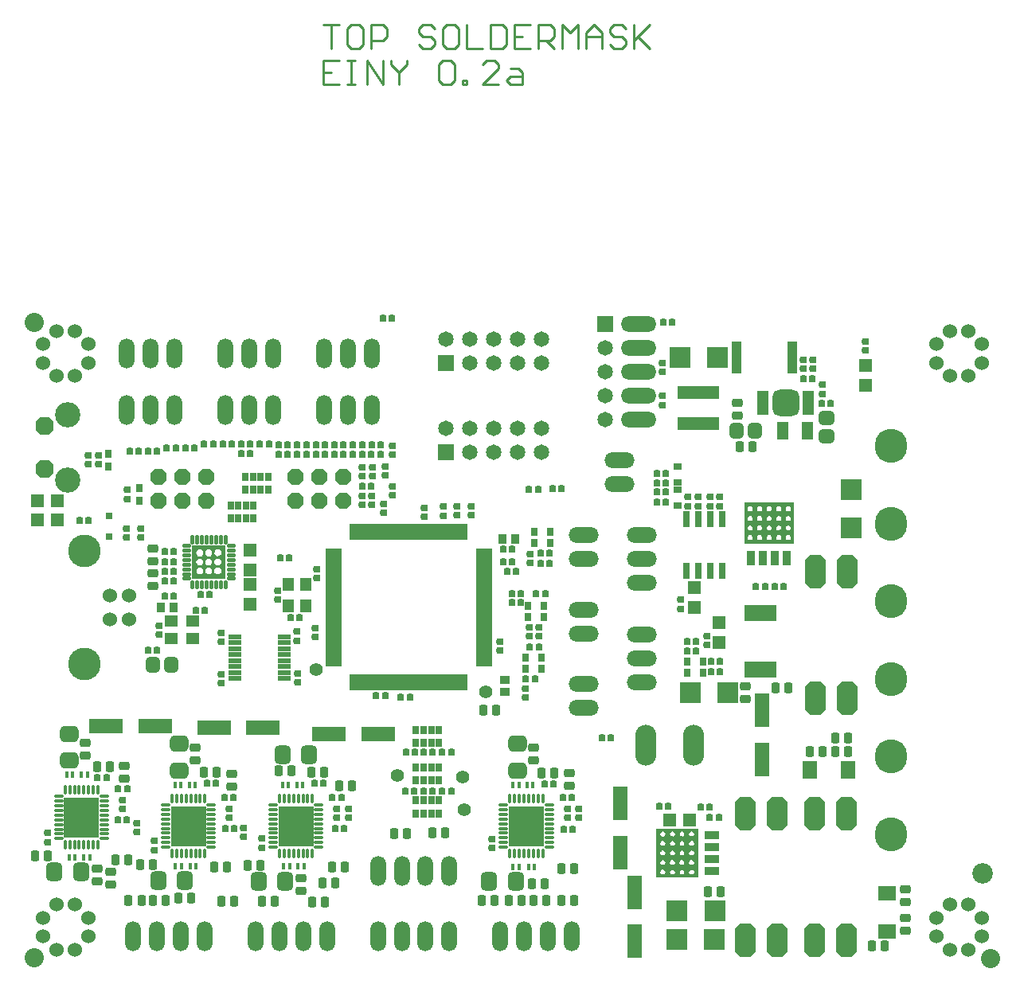
<source format=gts>
G04 Layer_Color=8388736*
%FSLAX25Y25*%
%MOIN*%
G70*
G01*
G75*
%ADD48C,0.06000*%
%ADD67C,0.01000*%
%ADD74C,0.01500*%
%ADD198R,0.05300X0.01700*%
%ADD199R,0.04600X0.01300*%
%ADD200R,0.03400X0.06200*%
%ADD201R,0.06200X0.03400*%
G04:AMPARAMS|DCode=202|XSize=111mil|YSize=111mil|CornerRadius=29.25mil|HoleSize=0mil|Usage=FLASHONLY|Rotation=180.000|XOffset=0mil|YOffset=0mil|HoleType=Round|Shape=RoundedRectangle|*
%AMROUNDEDRECTD202*
21,1,0.11100,0.05250,0,0,180.0*
21,1,0.05250,0.11100,0,0,180.0*
1,1,0.05850,-0.02625,0.02625*
1,1,0.05850,0.02625,0.02625*
1,1,0.05850,0.02625,-0.02625*
1,1,0.05850,-0.02625,-0.02625*
%
%ADD202ROUNDEDRECTD202*%
%ADD203R,0.04816X0.01981*%
%ADD204O,0.03947X0.01584*%
%ADD205O,0.01584X0.03947*%
%ADD206R,0.14573X0.16542*%
G04:AMPARAMS|DCode=207|XSize=69mil|YSize=77mil|CornerRadius=18.75mil|HoleSize=0mil|Usage=FLASHONLY|Rotation=180.000|XOffset=0mil|YOffset=0mil|HoleType=Round|Shape=RoundedRectangle|*
%AMROUNDEDRECTD207*
21,1,0.06900,0.03950,0,0,180.0*
21,1,0.03150,0.07700,0,0,180.0*
1,1,0.03750,-0.01575,0.01975*
1,1,0.03750,0.01575,0.01975*
1,1,0.03750,0.01575,-0.01975*
1,1,0.03750,-0.01575,-0.01975*
%
%ADD207ROUNDEDRECTD207*%
G04:AMPARAMS|DCode=208|XSize=69mil|YSize=77mil|CornerRadius=18.75mil|HoleSize=0mil|Usage=FLASHONLY|Rotation=90.000|XOffset=0mil|YOffset=0mil|HoleType=Round|Shape=RoundedRectangle|*
%AMROUNDEDRECTD208*
21,1,0.06900,0.03950,0,0,90.0*
21,1,0.03150,0.07700,0,0,90.0*
1,1,0.03750,0.01975,0.01575*
1,1,0.03750,0.01975,-0.01575*
1,1,0.03750,-0.01975,-0.01575*
1,1,0.03750,-0.01975,0.01575*
%
%ADD208ROUNDEDRECTD208*%
G04:AMPARAMS|DCode=209|XSize=35.13mil|YSize=45.37mil|CornerRadius=8.83mil|HoleSize=0mil|Usage=FLASHONLY|Rotation=180.000|XOffset=0mil|YOffset=0mil|HoleType=Round|Shape=RoundedRectangle|*
%AMROUNDEDRECTD209*
21,1,0.03513,0.02772,0,0,180.0*
21,1,0.01748,0.04537,0,0,180.0*
1,1,0.01765,-0.00874,0.01386*
1,1,0.01765,0.00874,0.01386*
1,1,0.01765,0.00874,-0.01386*
1,1,0.01765,-0.00874,-0.01386*
%
%ADD209ROUNDEDRECTD209*%
G04:AMPARAMS|DCode=210|XSize=35.13mil|YSize=45.37mil|CornerRadius=8.83mil|HoleSize=0mil|Usage=FLASHONLY|Rotation=270.000|XOffset=0mil|YOffset=0mil|HoleType=Round|Shape=RoundedRectangle|*
%AMROUNDEDRECTD210*
21,1,0.03513,0.02772,0,0,270.0*
21,1,0.01748,0.04537,0,0,270.0*
1,1,0.01765,-0.01386,-0.00874*
1,1,0.01765,-0.01386,0.00874*
1,1,0.01765,0.01386,0.00874*
1,1,0.01765,0.01386,-0.00874*
%
%ADD210ROUNDEDRECTD210*%
%ADD211R,0.02600X0.03200*%
%ADD212R,0.01772X0.02756*%
%ADD213R,0.03000X0.03000*%
G04:AMPARAMS|DCode=214|XSize=58mil|YSize=66mil|CornerRadius=16mil|HoleSize=0mil|Usage=FLASHONLY|Rotation=0.000|XOffset=0mil|YOffset=0mil|HoleType=Round|Shape=RoundedRectangle|*
%AMROUNDEDRECTD214*
21,1,0.05800,0.03400,0,0,0.0*
21,1,0.02600,0.06600,0,0,0.0*
1,1,0.03200,0.01300,-0.01700*
1,1,0.03200,-0.01300,-0.01700*
1,1,0.03200,-0.01300,0.01700*
1,1,0.03200,0.01300,0.01700*
%
%ADD214ROUNDEDRECTD214*%
G04:AMPARAMS|DCode=215|XSize=58mil|YSize=66mil|CornerRadius=16mil|HoleSize=0mil|Usage=FLASHONLY|Rotation=270.000|XOffset=0mil|YOffset=0mil|HoleType=Round|Shape=RoundedRectangle|*
%AMROUNDEDRECTD215*
21,1,0.05800,0.03400,0,0,270.0*
21,1,0.02600,0.06600,0,0,270.0*
1,1,0.03200,-0.01700,-0.01300*
1,1,0.03200,-0.01700,0.01300*
1,1,0.03200,0.01700,0.01300*
1,1,0.03200,0.01700,-0.01300*
%
%ADD215ROUNDEDRECTD215*%
%ADD216R,0.17332X0.05246*%
%ADD217R,0.08500X0.08500*%
%ADD218R,0.04931X0.07293*%
%ADD219R,0.06033X0.07687*%
%ADD220R,0.02600X0.03400*%
%ADD221R,0.05600X0.02100*%
G04:AMPARAMS|DCode=222|XSize=80mil|YSize=80mil|CornerRadius=40mil|HoleSize=0mil|Usage=FLASHONLY|Rotation=0.000|XOffset=0mil|YOffset=0mil|HoleType=Round|Shape=RoundedRectangle|*
%AMROUNDEDRECTD222*
21,1,0.08000,0.00000,0,0,0.0*
21,1,0.00000,0.08000,0,0,0.0*
1,1,0.08000,0.00000,0.00000*
1,1,0.08000,0.00000,0.00000*
1,1,0.08000,0.00000,0.00000*
1,1,0.08000,0.00000,0.00000*
%
%ADD222ROUNDEDRECTD222*%
%ADD223R,0.13200X0.06900*%
G04:AMPARAMS|DCode=224|XSize=28mil|YSize=30mil|CornerRadius=7.4mil|HoleSize=0mil|Usage=FLASHONLY|Rotation=0.000|XOffset=0mil|YOffset=0mil|HoleType=Round|Shape=RoundedRectangle|*
%AMROUNDEDRECTD224*
21,1,0.02800,0.01520,0,0,0.0*
21,1,0.01320,0.03000,0,0,0.0*
1,1,0.01480,0.00660,-0.00760*
1,1,0.01480,-0.00660,-0.00760*
1,1,0.01480,-0.00660,0.00760*
1,1,0.01480,0.00660,0.00760*
%
%ADD224ROUNDEDRECTD224*%
%ADD225R,0.05800X0.04800*%
G04:AMPARAMS|DCode=226|XSize=14.96mil|YSize=35.43mil|CornerRadius=6.38mil|HoleSize=0mil|Usage=FLASHONLY|Rotation=270.000|XOffset=0mil|YOffset=0mil|HoleType=Round|Shape=RoundedRectangle|*
%AMROUNDEDRECTD226*
21,1,0.01496,0.02268,0,0,270.0*
21,1,0.00220,0.03543,0,0,270.0*
1,1,0.01276,-0.01134,-0.00110*
1,1,0.01276,-0.01134,0.00110*
1,1,0.01276,0.01134,0.00110*
1,1,0.01276,0.01134,-0.00110*
%
%ADD226ROUNDEDRECTD226*%
G04:AMPARAMS|DCode=227|XSize=14.96mil|YSize=35.43mil|CornerRadius=6.38mil|HoleSize=0mil|Usage=FLASHONLY|Rotation=180.000|XOffset=0mil|YOffset=0mil|HoleType=Round|Shape=RoundedRectangle|*
%AMROUNDEDRECTD227*
21,1,0.01496,0.02268,0,0,180.0*
21,1,0.00220,0.03543,0,0,180.0*
1,1,0.01276,-0.00110,0.01134*
1,1,0.01276,0.00110,0.01134*
1,1,0.01276,0.00110,-0.01134*
1,1,0.01276,-0.00110,-0.01134*
%
%ADD227ROUNDEDRECTD227*%
G04:AMPARAMS|DCode=228|XSize=28mil|YSize=30mil|CornerRadius=7.4mil|HoleSize=0mil|Usage=FLASHONLY|Rotation=270.000|XOffset=0mil|YOffset=0mil|HoleType=Round|Shape=RoundedRectangle|*
%AMROUNDEDRECTD228*
21,1,0.02800,0.01520,0,0,270.0*
21,1,0.01320,0.03000,0,0,270.0*
1,1,0.01480,-0.00760,-0.00660*
1,1,0.01480,-0.00760,0.00660*
1,1,0.01480,0.00760,0.00660*
1,1,0.01480,0.00760,-0.00660*
%
%ADD228ROUNDEDRECTD228*%
%ADD229R,0.02000X0.06800*%
%ADD230R,0.06800X0.02000*%
%ADD231R,0.04143X0.13592*%
%ADD232R,0.13986X0.06112*%
%ADD233R,0.03000X0.06600*%
%ADD234R,0.03750X0.02962*%
%ADD235R,0.05400X0.05400*%
G04:AMPARAMS|DCode=236|XSize=56mil|YSize=56mil|CornerRadius=28mil|HoleSize=0mil|Usage=FLASHONLY|Rotation=90.000|XOffset=0mil|YOffset=0mil|HoleType=Round|Shape=RoundedRectangle|*
%AMROUNDEDRECTD236*
21,1,0.05600,0.00000,0,0,90.0*
21,1,0.00000,0.05600,0,0,90.0*
1,1,0.05600,0.00000,0.00000*
1,1,0.05600,0.00000,0.00000*
1,1,0.05600,0.00000,0.00000*
1,1,0.05600,0.00000,0.00000*
%
%ADD236ROUNDEDRECTD236*%
%ADD237R,0.03238X0.04065*%
%ADD238R,0.02962X0.03750*%
%ADD239R,0.07687X0.06033*%
%ADD240R,0.08500X0.08500*%
%ADD241R,0.04800X0.05800*%
%ADD242R,0.05400X0.05400*%
%ADD243R,0.06112X0.13986*%
%ADD244R,0.04065X0.03238*%
%ADD245C,0.13650*%
%ADD246C,0.06506*%
%ADD247R,0.06506X0.06506*%
%ADD248O,0.08850X0.17100*%
%ADD249O,0.13600X0.14200*%
%ADD250R,0.06506X0.06506*%
%ADD251O,0.14773X0.06506*%
G04:AMPARAMS|DCode=252|XSize=139mil|YSize=89mil|CornerRadius=0mil|HoleSize=0mil|Usage=FLASHONLY|Rotation=270.000|XOffset=0mil|YOffset=0mil|HoleType=Round|Shape=Octagon|*
%AMOCTAGOND252*
4,1,8,-0.02225,-0.06950,0.02225,-0.06950,0.04450,-0.04725,0.04450,0.04725,0.02225,0.06950,-0.02225,0.06950,-0.04450,0.04725,-0.04450,-0.04725,-0.02225,-0.06950,0.0*
%
%ADD252OCTAGOND252*%

%ADD253P,0.07360X8X22.5*%
%ADD254C,0.10600*%
%ADD255P,0.08226X8X292.5*%
%ADD256O,0.12600X0.06600*%
%ADD257O,0.06600X0.12600*%
%ADD258C,0.08600*%
G36*
X86588Y176400D02*
Y172600D01*
X85708Y172600D01*
X86588D01*
Y168800D01*
X86004Y168800D01*
X86588D01*
Y165513D01*
X72612D01*
Y168900D01*
X73542Y168900D01*
X72612D01*
Y172600D01*
X73492Y172600D01*
X72612D01*
Y176400D01*
Y179588D01*
X86588D01*
Y176400D01*
D02*
G37*
G36*
X324450Y194712D02*
Y190775D01*
Y186739D01*
Y182802D01*
Y180046D01*
X303977D01*
Y182802D01*
Y186739D01*
Y190775D01*
Y194810D01*
Y197665D01*
X324450D01*
Y194712D01*
D02*
G37*
G36*
X284512Y40532D02*
X266894D01*
Y61004D01*
X284512D01*
Y40532D01*
D02*
G37*
%LPC*%
G36*
X79650Y170227D02*
X79599Y170217D01*
X79601Y170215D01*
X79550Y170226D01*
X79062Y170128D01*
X78648Y169852D01*
X78372Y169438D01*
X78285Y169001D01*
X78300Y169000D01*
Y168900D01*
X78295D01*
X78275Y168800D01*
X78375Y168293D01*
X78663Y167863D01*
X79093Y167575D01*
X79600Y167474D01*
X79600Y167475D01*
X79600Y167473D01*
X79600Y167473D01*
X80146Y167581D01*
X80609Y167891D01*
X80919Y168354D01*
X81027Y168900D01*
X81027Y168900D01*
X81000Y168900D01*
X81436Y168900D01*
X81017Y168901D01*
X80923Y169377D01*
X80624Y169824D01*
X80177Y170123D01*
X79650Y170227D01*
D02*
G37*
G36*
X75900Y174027D02*
X75900Y174027D01*
X75900Y174000D01*
X75800Y174027D01*
X75800Y174027D01*
X75254Y173919D01*
X74791Y173609D01*
X74481Y173146D01*
X74373Y172600D01*
X74373Y172600D01*
D01*
X74373Y172600D01*
X74481Y172054D01*
X74791Y171591D01*
X75254Y171281D01*
X75800Y171173D01*
X75800Y171173D01*
X75799Y171181D01*
X75850Y171171D01*
X76416Y171283D01*
X76896Y171604D01*
X77217Y172084D01*
X77319Y172599D01*
X77300Y172600D01*
X77327Y172600D01*
X77327Y172600D01*
X77219Y173146D01*
X76909Y173609D01*
X76446Y173919D01*
X75900Y174027D01*
D02*
G37*
G36*
X75850Y170227D02*
X75799Y170217D01*
X75801Y170215D01*
X75750Y170226D01*
X75262Y170128D01*
X74848Y169852D01*
X74572Y169438D01*
X74484Y169001D01*
X74500Y169000D01*
Y168900D01*
X74473D01*
X74473Y168900D01*
X74581Y168354D01*
X74891Y167891D01*
X75354Y167581D01*
X75900Y167473D01*
X75900Y167473D01*
X75899Y167485D01*
X75950Y167474D01*
X76438Y167572D01*
X76852Y167848D01*
X77128Y168262D01*
X77215Y168699D01*
X77200Y168700D01*
Y168900D01*
X77750D01*
X77217Y168901D01*
X77123Y169377D01*
X76824Y169824D01*
X76377Y170123D01*
X75850Y170227D01*
D02*
G37*
G36*
X83350Y170329D02*
X82784Y170217D01*
X82304Y169896D01*
X81983Y169416D01*
X81881Y168901D01*
X81881D01*
Y168901D01*
X81900Y168900D01*
X81881Y168900D01*
X81871Y168850D01*
X81983Y168284D01*
X82304Y167804D01*
X82784Y167483D01*
X83299Y167381D01*
X83299Y167381D01*
X83350Y167371D01*
X83916Y167483D01*
X84396Y167804D01*
X84717Y168284D01*
X84819Y168799D01*
X84819D01*
Y168799D01*
X84800Y168800D01*
X84819D01*
X84829Y168850D01*
X84717Y169416D01*
X84396Y169896D01*
X83916Y170217D01*
X83401Y170319D01*
X83401Y170319D01*
X83350Y170329D01*
D02*
G37*
G36*
X75850Y177829D02*
X75799Y177819D01*
X75800Y177827D01*
X75800Y177827D01*
X75254Y177719D01*
X74791Y177409D01*
X74481Y176946D01*
X74373Y176400D01*
X74373Y176400D01*
X74400D01*
X74373Y176400D01*
Y176400D01*
X74371D01*
X74371Y176400D01*
X74487Y175815D01*
X74818Y175319D01*
X75315Y174987D01*
X75900Y174871D01*
X75900Y174871D01*
Y174873D01*
X75900Y174873D01*
X76448Y174981D01*
X76912Y175292D01*
X77222Y175756D01*
X77331Y176303D01*
X77312Y176400D01*
X77300Y176400D01*
X77311Y176401D01*
X77312Y176400D01*
X77747Y176400D01*
X77319Y176401D01*
X77217Y176916D01*
X76896Y177396D01*
X76416Y177717D01*
X75850Y177829D01*
D02*
G37*
G36*
X79600Y177827D02*
X79600Y177827D01*
X79600D01*
X79600D01*
X79600D01*
X79600Y177827D01*
X79054Y177719D01*
X78591Y177409D01*
X78281Y176946D01*
X78173Y176401D01*
X78181Y176401D01*
X78181Y176400D01*
X78200Y176400D01*
X78181Y176400D01*
X78171Y176350D01*
X78283Y175784D01*
X78604Y175304D01*
X79084Y174983D01*
X79599Y174881D01*
X79600Y174873D01*
X79600Y174873D01*
X80146Y174981D01*
X80609Y175291D01*
X80919Y175754D01*
X81027Y176300D01*
X81027Y176300D01*
X81000Y176300D01*
Y176400D01*
X81027Y176400D01*
X81027Y176400D01*
X80919Y176946D01*
X80609Y177409D01*
X80146Y177719D01*
X79600Y177827D01*
D02*
G37*
G36*
X83350Y177829D02*
X83299Y177819D01*
X83299Y177817D01*
X82823Y177723D01*
X82376Y177424D01*
X82077Y176977D01*
X81973Y176450D01*
X81982Y176401D01*
X81983D01*
X81983Y176400D01*
D01*
D01*
X81973Y176350D01*
X82077Y175823D01*
X82376Y175376D01*
X82823Y175077D01*
X83299Y174983D01*
X83299Y174981D01*
X83350Y174971D01*
X83916Y175083D01*
X84396Y175404D01*
X84717Y175884D01*
X84819Y176399D01*
X84800Y176400D01*
X85998D01*
X84819Y176401D01*
X84717Y176916D01*
X84396Y177396D01*
X83916Y177717D01*
X83350Y177829D01*
D02*
G37*
G36*
X83400Y174027D02*
X83400Y174027D01*
X83400Y174000D01*
X83300Y174027D01*
X83300Y174027D01*
X82754Y173919D01*
X82291Y173609D01*
X81981Y173146D01*
X81873Y172600D01*
X81873Y172600D01*
D01*
X81873Y172600D01*
X81981Y172054D01*
X82291Y171591D01*
X82754Y171281D01*
X83300Y171173D01*
X83300Y171173D01*
X83299Y171181D01*
X83350Y171171D01*
X83916Y171283D01*
X84396Y171604D01*
X84717Y172084D01*
X84819Y172599D01*
X84800Y172600D01*
X84827D01*
X84827Y172600D01*
X84719Y173146D01*
X84409Y173609D01*
X83946Y173919D01*
X83400Y174027D01*
D02*
G37*
G36*
X79650Y174027D02*
X79599Y174017D01*
X79601Y174018D01*
X79553Y174027D01*
X79025Y173922D01*
X78577Y173623D01*
X78278Y173175D01*
X78173Y172647D01*
X78182Y172601D01*
X78183D01*
X78183Y172600D01*
X78200D01*
X78183Y172599D01*
X78173Y172550D01*
X78277Y172023D01*
X78576Y171576D01*
X79023Y171277D01*
X79499Y171183D01*
X79499Y171181D01*
X79550Y171171D01*
X80116Y171283D01*
X80596Y171604D01*
X80917Y172084D01*
X81019Y172599D01*
X81000Y172600D01*
X81017Y172701D01*
X80923Y173177D01*
X80624Y173624D01*
X80177Y173923D01*
X79650Y174027D01*
D02*
G37*
%LPD*%
G36*
X74373Y172600D02*
Y172600D01*
X74400D01*
X74373Y172600D01*
D02*
G37*
G36*
X81983Y176399D02*
X81983Y176400D01*
X82000D01*
X81983Y176399D01*
D02*
G37*
G36*
X81873Y172600D02*
Y172600D01*
X81900D01*
X81873Y172600D01*
D02*
G37*
%LPC*%
G36*
X306241Y191858D02*
X306049Y191839D01*
X305694Y191692D01*
X305423Y191420D01*
X305276Y191065D01*
X305257Y190873D01*
Y190775D01*
X305167D01*
X305178Y190663D01*
X305340Y190272D01*
X305639Y189973D01*
X306030Y189811D01*
X306241Y189791D01*
X306435Y189810D01*
X306795Y189959D01*
X307069Y190233D01*
X307218Y190593D01*
X307236Y190775D01*
X307127D01*
Y190972D01*
X307110Y191145D01*
X306978Y191464D01*
X306733Y191708D01*
X306414Y191840D01*
X306241Y191858D01*
D02*
G37*
G36*
X310276Y191956D02*
X310065Y191935D01*
X309675Y191773D01*
X309376Y191475D01*
X309214Y191084D01*
X309194Y190873D01*
Y190775D01*
X309213Y190583D01*
X309360Y190228D01*
X309631Y189956D01*
X309986Y189810D01*
X310178Y189791D01*
X310385Y189811D01*
X310768Y189970D01*
X311061Y190262D01*
X311219Y190645D01*
X311232Y190775D01*
X311162D01*
Y191070D01*
X311145Y191243D01*
X311013Y191562D01*
X310769Y191807D01*
X310449Y191939D01*
X310276Y191956D01*
D02*
G37*
G36*
X314213Y191858D02*
X314021Y191839D01*
X313667Y191692D01*
X313395Y191420D01*
X313248Y191065D01*
X313229Y190873D01*
Y190775D01*
X313159D01*
X313172Y190645D01*
X313331Y190262D01*
X313623Y189970D01*
X314006Y189811D01*
X314213Y189791D01*
X314409Y189810D01*
X314770Y189959D01*
X315046Y190236D01*
X315196Y190597D01*
X315213Y190775D01*
X315198D01*
Y190873D01*
X315179Y191065D01*
X315032Y191420D01*
X314760Y191692D01*
X314405Y191839D01*
X314213Y191858D01*
D02*
G37*
G36*
X322186Y187822D02*
X321994Y187803D01*
X321639Y187656D01*
X321368Y187385D01*
X321220Y187030D01*
X321202Y186838D01*
Y186739D01*
X321123D01*
X321124Y186725D01*
X321286Y186335D01*
X321584Y186036D01*
X321975Y185874D01*
X322186Y185854D01*
X322393Y185874D01*
X322776Y186032D01*
X323069Y186326D01*
X323227Y186708D01*
X323230Y186739D01*
X323170D01*
Y186838D01*
X323151Y187030D01*
X323004Y187385D01*
X322733Y187656D01*
X322378Y187803D01*
X322186Y187822D01*
D02*
G37*
G36*
X310276Y187920D02*
X310065Y187900D01*
X309675Y187738D01*
X309376Y187439D01*
X309214Y187049D01*
X309194Y186838D01*
X309213Y186646D01*
X309360Y186291D01*
X309631Y186019D01*
X309986Y185872D01*
X310178Y185854D01*
X310385Y185874D01*
X310768Y186032D01*
X311061Y186326D01*
X311219Y186708D01*
X311223Y186739D01*
X311162D01*
Y187035D01*
X311145Y187207D01*
X311013Y187527D01*
X310769Y187771D01*
X310449Y187903D01*
X310276Y187920D01*
D02*
G37*
G36*
X314213Y187822D02*
X314021Y187803D01*
X313667Y187656D01*
X313395Y187385D01*
X313248Y187030D01*
X313229Y186838D01*
Y186739D01*
X313169D01*
X313172Y186708D01*
X313331Y186326D01*
X313623Y186032D01*
X314006Y185874D01*
X314213Y185854D01*
X314409Y185873D01*
X314770Y186022D01*
X315046Y186299D01*
X315196Y186660D01*
X315204Y186739D01*
X315198D01*
Y186838D01*
X315179Y187030D01*
X315032Y187385D01*
X314760Y187656D01*
X314405Y187803D01*
X314213Y187822D01*
D02*
G37*
G36*
X318249D02*
X318057Y187803D01*
X317702Y187656D01*
X317430Y187385D01*
X317284Y187030D01*
X317265Y186838D01*
Y186739D01*
X317176D01*
X317185Y186646D01*
X317332Y186291D01*
X317604Y186019D01*
X317958Y185872D01*
X318150Y185854D01*
X318365Y185875D01*
X318763Y186039D01*
X319067Y186343D01*
X319231Y186741D01*
X319233Y186760D01*
Y186838D01*
X319214Y187030D01*
X319067Y187385D01*
X318796Y187656D01*
X318441Y187803D01*
X318249Y187822D01*
D02*
G37*
G36*
X314312Y195893D02*
X314213D01*
X314002Y195872D01*
X313612Y195710D01*
X313313Y195412D01*
X313152Y195021D01*
Y194888D01*
X313172Y194681D01*
X313331Y194298D01*
X313623Y194005D01*
X314006Y193846D01*
X314213Y193826D01*
X314409Y193845D01*
X314770Y193995D01*
X315046Y194271D01*
X315196Y194632D01*
X315204Y194712D01*
X315198D01*
Y195007D01*
X315181Y195180D01*
X315048Y195499D01*
X314804Y195744D01*
X314485Y195876D01*
X314312Y195893D01*
D02*
G37*
G36*
X318249Y195991D02*
X318038Y195970D01*
X317647Y195809D01*
X317349Y195510D01*
X317187Y195120D01*
X317166Y194909D01*
Y194810D01*
X317185Y194618D01*
X317332Y194263D01*
X317604Y193992D01*
X317958Y193845D01*
X318150Y193826D01*
X318365Y193847D01*
X318763Y194012D01*
X319067Y194316D01*
X319231Y194713D01*
X319233Y194732D01*
Y195007D01*
X319214Y195199D01*
X319067Y195554D01*
X318796Y195826D01*
X318441Y195972D01*
X318249Y195991D01*
D02*
G37*
G36*
X322186D02*
X321975Y195970D01*
X321584Y195809D01*
X321286Y195510D01*
X321124Y195120D01*
X321103Y194909D01*
X321124Y194697D01*
X321286Y194307D01*
X321584Y194008D01*
X321975Y193847D01*
X322186Y193826D01*
X322393Y193846D01*
X322776Y194005D01*
X323069Y194298D01*
X323227Y194681D01*
X323248Y194888D01*
Y195120D01*
X323248Y195120D01*
X323086Y195510D01*
X322787Y195809D01*
X322397Y195970D01*
X322186Y195991D01*
D02*
G37*
G36*
X310178D02*
X309986Y195972D01*
X309631Y195826D01*
X309360Y195554D01*
X309213Y195199D01*
X309194Y195007D01*
Y194927D01*
Y194909D01*
Y194810D01*
X309213Y194618D01*
X309360Y194263D01*
X309631Y193992D01*
X309986Y193845D01*
X310178Y193826D01*
X310385Y193846D01*
X310768Y194005D01*
X311061Y194298D01*
X311219Y194681D01*
X311240Y194888D01*
Y195120D01*
X311240Y195120D01*
X311078Y195510D01*
X310779Y195809D01*
X310389Y195970D01*
X310178Y195991D01*
D02*
G37*
G36*
X318249Y191858D02*
X318057Y191839D01*
X317702Y191692D01*
X317430Y191420D01*
X317284Y191065D01*
X317265Y190873D01*
Y190775D01*
X317166D01*
X317185Y190583D01*
X317332Y190228D01*
X317604Y189956D01*
X317958Y189810D01*
X318150Y189791D01*
X318365Y189812D01*
X318763Y189976D01*
X319067Y190280D01*
X319231Y190677D01*
X319241Y190775D01*
X319233D01*
Y190873D01*
X319214Y191065D01*
X319067Y191420D01*
X318796Y191692D01*
X318441Y191839D01*
X318249Y191858D01*
D02*
G37*
G36*
X322186D02*
X321994Y191839D01*
X321639Y191692D01*
X321368Y191420D01*
X321220Y191065D01*
X321202Y190873D01*
Y190775D01*
X321113D01*
X321124Y190662D01*
X321286Y190272D01*
X321584Y189973D01*
X321975Y189811D01*
X322186Y189791D01*
X322393Y189811D01*
X322776Y189970D01*
X323069Y190262D01*
X323227Y190645D01*
X323240Y190775D01*
X323170D01*
Y190873D01*
X323151Y191065D01*
X323004Y191420D01*
X322733Y191692D01*
X322378Y191839D01*
X322186Y191858D01*
D02*
G37*
G36*
X306234Y195984D02*
X306219Y195915D01*
X306008Y195894D01*
X305618Y195732D01*
X305319Y195434D01*
X305157Y195043D01*
X305157D01*
Y194910D01*
X305178Y194698D01*
X305340Y194308D01*
X305639Y194009D01*
X306030Y193847D01*
X306241Y193826D01*
X306435Y193845D01*
X306795Y193994D01*
X307069Y194269D01*
X307218Y194628D01*
X307236Y194810D01*
X307225D01*
X307218Y195000D01*
X307199Y195192D01*
X307052Y195547D01*
X306781Y195818D01*
X306426Y195965D01*
X306234Y195984D01*
D02*
G37*
G36*
X306241Y183885D02*
X306049Y183866D01*
X305694Y183719D01*
X305423Y183448D01*
X305276Y183093D01*
X305257Y182901D01*
Y182802D01*
X305158D01*
Y182802D01*
X305179Y182591D01*
X305341Y182201D01*
X305639Y181902D01*
X306030Y181740D01*
X306241Y181720D01*
X306452Y181740D01*
X306842Y181902D01*
X307141Y182201D01*
X307303Y182591D01*
X307324Y182802D01*
Y182802D01*
X307127D01*
Y182999D01*
X307110Y183172D01*
X306978Y183491D01*
X306733Y183736D01*
X306414Y183868D01*
X306241Y183885D01*
D02*
G37*
G36*
X322186D02*
X321994Y183866D01*
X321639Y183719D01*
X321368Y183448D01*
X321220Y183093D01*
X321202Y182901D01*
Y182901D01*
X321209Y182711D01*
X321228Y182519D01*
X321374Y182164D01*
X321646Y181893D01*
X322001Y181746D01*
X322193Y181727D01*
X322208Y181796D01*
X322419Y181817D01*
X322809Y181979D01*
X323108Y182277D01*
X323270Y182668D01*
X323283Y182802D01*
X323170D01*
Y182901D01*
X323151Y183093D01*
X323004Y183448D01*
X322733Y183719D01*
X322378Y183866D01*
X322186Y183885D01*
D02*
G37*
G36*
X314213D02*
X314021Y183866D01*
X313667Y183719D01*
X313395Y183448D01*
X313248Y183093D01*
X313229Y182901D01*
Y182802D01*
Y182704D01*
X313246Y182531D01*
X313378Y182212D01*
X313623Y181967D01*
X313942Y181835D01*
X314115Y181818D01*
X314213D01*
X314425Y181839D01*
X314815Y182001D01*
X315114Y182299D01*
X315275Y182690D01*
X315286Y182802D01*
X315198D01*
Y182901D01*
X315179Y183093D01*
X315032Y183448D01*
X314760Y183719D01*
X314405Y183866D01*
X314213Y183885D01*
D02*
G37*
G36*
X306241Y187822D02*
X306049Y187803D01*
X305694Y187656D01*
X305423Y187385D01*
X305276Y187030D01*
X305257Y186838D01*
Y186739D01*
X305177D01*
X305178Y186726D01*
X305340Y186335D01*
X305639Y186036D01*
X306030Y185874D01*
X306241Y185854D01*
X306435Y185873D01*
X306795Y186021D01*
X307069Y186296D01*
X307218Y186656D01*
X307227Y186739D01*
X307127D01*
Y186936D01*
X307110Y187109D01*
X306978Y187428D01*
X306733Y187673D01*
X306414Y187805D01*
X306241Y187822D01*
D02*
G37*
G36*
X318249Y183885D02*
X318057Y183866D01*
X317702Y183719D01*
X317430Y183448D01*
X317284Y183093D01*
X317265Y182901D01*
Y182802D01*
X317166D01*
Y182802D01*
X317187Y182591D01*
X317349Y182201D01*
X317647Y181902D01*
X318038Y181740D01*
X318249Y181720D01*
X318441Y181739D01*
X318796Y181886D01*
X319067Y182157D01*
X319214Y182512D01*
X319233Y182704D01*
Y182802D01*
Y182901D01*
X319214Y183093D01*
X319067Y183448D01*
X318796Y183719D01*
X318441Y183866D01*
X318249Y183885D01*
D02*
G37*
G36*
X310276Y183984D02*
X310065Y183963D01*
X309675Y183801D01*
X309376Y183502D01*
X309214Y183112D01*
X309194Y182901D01*
Y182802D01*
Y182704D01*
X309213Y182512D01*
X309360Y182157D01*
X309631Y181886D01*
X309986Y181739D01*
X310178Y181720D01*
X310389Y181740D01*
X310779Y181902D01*
X311078Y182201D01*
X311240Y182591D01*
X311261Y182802D01*
Y182802D01*
X311162D01*
Y183098D01*
X311145Y183271D01*
X311013Y183590D01*
X310769Y183834D01*
X310449Y183966D01*
X310276Y183984D01*
D02*
G37*
G36*
X273783Y59794D02*
Y59724D01*
X273685D01*
X273493Y59706D01*
X273138Y59558D01*
X272867Y59287D01*
X272720Y58932D01*
X272701Y58740D01*
X272720Y58548D01*
X272867Y58193D01*
X273138Y57922D01*
X273493Y57775D01*
X273685Y57756D01*
X273783D01*
Y57667D01*
X273896Y57678D01*
X274287Y57840D01*
X274585Y58139D01*
X274747Y58529D01*
X274768Y58740D01*
X274747Y58947D01*
X274589Y59330D01*
X274296Y59623D01*
X273913Y59782D01*
X273783Y59794D01*
D02*
G37*
G36*
X269670Y59802D02*
X269439D01*
X269438Y59802D01*
X269048Y59640D01*
X268749Y59342D01*
X268588Y58951D01*
X268567Y58740D01*
X268588Y58529D01*
X268749Y58139D01*
X269048Y57840D01*
X269438Y57678D01*
X269650Y57657D01*
X269861Y57678D01*
X270251Y57840D01*
X270550Y58139D01*
X270711Y58529D01*
X270732Y58740D01*
X270712Y58947D01*
X270553Y59330D01*
X270260Y59623D01*
X269878Y59782D01*
X269670Y59802D01*
D02*
G37*
G36*
X273783Y55795D02*
Y55787D01*
X273685D01*
X273493Y55769D01*
X273138Y55621D01*
X272867Y55350D01*
X272720Y54995D01*
X272701Y54803D01*
X272720Y54611D01*
X272867Y54256D01*
X273138Y53985D01*
X273493Y53838D01*
X273685Y53819D01*
X273783D01*
Y53720D01*
X273975Y53739D01*
X274330Y53886D01*
X274602Y54158D01*
X274749Y54513D01*
X274768Y54705D01*
X274746Y54920D01*
X274582Y55317D01*
X274278Y55621D01*
X273881Y55786D01*
X273783Y55795D01*
D02*
G37*
G36*
X281854Y55787D02*
X281658D01*
X281466Y55769D01*
X281111Y55621D01*
X280839Y55350D01*
X280692Y54995D01*
X280673Y54803D01*
X280692Y54611D01*
X280839Y54256D01*
X281111Y53985D01*
X281465Y53838D01*
X281658Y53819D01*
X281756D01*
Y53720D01*
X281756D01*
X281967Y53741D01*
X282357Y53903D01*
X282656Y54202D01*
X282818Y54592D01*
X282839Y54803D01*
X282820Y54995D01*
X282673Y55350D01*
X282401Y55621D01*
X282046Y55769D01*
X281854Y55787D01*
D02*
G37*
G36*
X277798D02*
X277720D01*
X277529Y55769D01*
X277174Y55621D01*
X276902Y55350D01*
X276755Y54995D01*
X276736Y54803D01*
X276755Y54611D01*
X276902Y54256D01*
X277174Y53985D01*
X277528Y53838D01*
X277720Y53819D01*
X277819D01*
Y53730D01*
X277912Y53739D01*
X278267Y53886D01*
X278539Y54158D01*
X278686Y54513D01*
X278705Y54705D01*
X278683Y54920D01*
X278519Y55317D01*
X278215Y55621D01*
X277818Y55786D01*
X277798Y55787D01*
D02*
G37*
G36*
X277819Y59785D02*
Y59724D01*
X277720D01*
X277528Y59706D01*
X277174Y59558D01*
X276902Y59287D01*
X276755Y58932D01*
X276736Y58740D01*
X276755Y58548D01*
X276902Y58193D01*
X277174Y57922D01*
X277528Y57775D01*
X277720Y57756D01*
X277819D01*
Y57677D01*
X277833Y57678D01*
X278223Y57840D01*
X278522Y58139D01*
X278684Y58529D01*
X278705Y58740D01*
X278684Y58947D01*
X278526Y59330D01*
X278233Y59623D01*
X277850Y59782D01*
X277819Y59785D01*
D02*
G37*
G36*
X281756Y59837D02*
Y59724D01*
X281658D01*
X281465Y59706D01*
X281111Y59558D01*
X280839Y59287D01*
X280692Y58932D01*
X280673Y58740D01*
X280692Y58548D01*
X280839Y58193D01*
X281111Y57922D01*
X281465Y57775D01*
X281658Y57756D01*
X281658D01*
X281847Y57763D01*
X282039Y57782D01*
X282394Y57929D01*
X282666Y58200D01*
X282813Y58555D01*
X282832Y58747D01*
X282762Y58762D01*
X282741Y58973D01*
X282579Y59364D01*
X282281Y59662D01*
X281891Y59824D01*
X281756Y59837D01*
D02*
G37*
G36*
X277819Y43781D02*
Y43681D01*
X277622D01*
X277449Y43664D01*
X277130Y43532D01*
X276886Y43287D01*
X276753Y42968D01*
X276736Y42795D01*
X276755Y42603D01*
X276902Y42248D01*
X277174Y41977D01*
X277528Y41830D01*
X277720Y41811D01*
X277819D01*
Y41731D01*
X277832Y41732D01*
X278223Y41894D01*
X278522Y42193D01*
X278684Y42584D01*
X278705Y42795D01*
X278686Y42990D01*
X278537Y43349D01*
X278262Y43624D01*
X277903Y43773D01*
X277819Y43781D01*
D02*
G37*
G36*
X269670Y47794D02*
X269439D01*
X269438Y47794D01*
X269048Y47633D01*
X268749Y47334D01*
X268588Y46944D01*
X268567Y46732D01*
X268586Y46540D01*
X268733Y46185D01*
X269004Y45914D01*
X269359Y45767D01*
X269551Y45748D01*
X269748D01*
X269940Y45767D01*
X270295Y45914D01*
X270566Y46185D01*
X270713Y46540D01*
X270732Y46732D01*
X270712Y46939D01*
X270553Y47322D01*
X270260Y47615D01*
X269878Y47774D01*
X269670Y47794D01*
D02*
G37*
G36*
X273783Y47787D02*
Y47717D01*
X273488D01*
X273315Y47699D01*
X272996Y47567D01*
X272752Y47323D01*
X272619Y47003D01*
X272602Y46831D01*
X272623Y46619D01*
X272785Y46229D01*
X273083Y45930D01*
X273474Y45769D01*
X273685Y45748D01*
X273783D01*
X273975Y45767D01*
X274330Y45914D01*
X274602Y46185D01*
X274749Y46540D01*
X274768Y46732D01*
X274747Y46939D01*
X274589Y47322D01*
X274296Y47615D01*
X273913Y47774D01*
X273783Y47787D01*
D02*
G37*
G36*
X269748Y43791D02*
Y43780D01*
X269558Y43773D01*
X269366Y43754D01*
X269011Y43607D01*
X268740Y43335D01*
X268593Y42980D01*
X268574Y42788D01*
X268643Y42773D01*
X268664Y42562D01*
X268826Y42172D01*
X269125Y41873D01*
X269515Y41712D01*
X269515D01*
Y41712D01*
X269649D01*
X269860Y41732D01*
X270251Y41894D01*
X270550Y42193D01*
X270711Y42584D01*
X270732Y42795D01*
X270713Y42990D01*
X270564Y43349D01*
X270289Y43624D01*
X269930Y43773D01*
X269748Y43791D01*
D02*
G37*
G36*
X281756Y43878D02*
X281756D01*
Y43681D01*
X281559D01*
X281386Y43664D01*
X281067Y43532D01*
X280822Y43287D01*
X280690Y42968D01*
X280673Y42795D01*
X280692Y42603D01*
X280839Y42248D01*
X281111Y41977D01*
X281465Y41830D01*
X281658Y41811D01*
X281756D01*
Y41713D01*
X281756D01*
X281967Y41733D01*
X282357Y41895D01*
X282656Y42194D01*
X282818Y42584D01*
X282839Y42795D01*
X282818Y43007D01*
X282656Y43397D01*
X282357Y43696D01*
X281967Y43857D01*
X281756Y43878D01*
D02*
G37*
G36*
X273783Y43791D02*
Y43681D01*
X273587D01*
X273414Y43664D01*
X273095Y43532D01*
X272850Y43287D01*
X272718Y42968D01*
X272701Y42795D01*
X272720Y42603D01*
X272867Y42248D01*
X273138Y41977D01*
X273493Y41830D01*
X273685Y41811D01*
X273783D01*
Y41721D01*
X273895Y41732D01*
X274286Y41894D01*
X274585Y42193D01*
X274747Y42584D01*
X274768Y42795D01*
X274748Y42990D01*
X274600Y43349D01*
X274325Y43624D01*
X273966Y43773D01*
X273783Y43791D01*
D02*
G37*
G36*
X281756Y47815D02*
X281756D01*
Y47717D01*
X281461D01*
X281288Y47699D01*
X280968Y47567D01*
X280724Y47323D01*
X280592Y47003D01*
X280575Y46831D01*
X280596Y46619D01*
X280757Y46229D01*
X281056Y45930D01*
X281446Y45769D01*
X281658Y45748D01*
X281854D01*
X282046Y45767D01*
X282401Y45914D01*
X282673Y46185D01*
X282820Y46540D01*
X282839Y46732D01*
X282818Y46944D01*
X282656Y47334D01*
X282357Y47633D01*
X281967Y47794D01*
X281756Y47815D01*
D02*
G37*
G36*
X277819Y51758D02*
Y51752D01*
X277720D01*
X277528Y51733D01*
X277174Y51586D01*
X276902Y51315D01*
X276755Y50960D01*
X276736Y50768D01*
X276755Y50576D01*
X276902Y50221D01*
X277174Y49949D01*
X277528Y49802D01*
X277720Y49783D01*
X277819D01*
Y49723D01*
X277850Y49726D01*
X278233Y49885D01*
X278526Y50178D01*
X278684Y50560D01*
X278705Y50768D01*
X278685Y50963D01*
X278536Y51324D01*
X278259Y51600D01*
X277899Y51750D01*
X277819Y51758D01*
D02*
G37*
G36*
X281756Y51841D02*
Y51752D01*
X281658D01*
X281465Y51733D01*
X281111Y51586D01*
X280839Y51315D01*
X280692Y50960D01*
X280673Y50768D01*
X280692Y50576D01*
X280839Y50221D01*
X281111Y49949D01*
X281465Y49802D01*
X281658Y49783D01*
X281854D01*
X282027Y49801D01*
X282347Y49933D01*
X282591Y50177D01*
X282723Y50496D01*
X282740Y50669D01*
Y50768D01*
X282719Y50979D01*
X282558Y51369D01*
X282259Y51668D01*
X281869Y51830D01*
X281756Y51841D01*
D02*
G37*
G36*
X269826Y55787D02*
X269551D01*
X269359Y55769D01*
X269004Y55621D01*
X268733Y55350D01*
X268586Y54995D01*
X268567Y54803D01*
X268588Y54592D01*
X268749Y54202D01*
X269048Y53903D01*
X269438Y53741D01*
X269650Y53720D01*
X269748D01*
X269940Y53739D01*
X270295Y53886D01*
X270566Y54158D01*
X270713Y54513D01*
X270732Y54705D01*
X270711Y54920D01*
X270547Y55317D01*
X270243Y55621D01*
X269845Y55786D01*
X269826Y55787D01*
D02*
G37*
G36*
X277819Y47777D02*
Y47717D01*
X277524D01*
X277351Y47699D01*
X277031Y47567D01*
X276787Y47323D01*
X276655Y47003D01*
X276638Y46831D01*
X276659Y46619D01*
X276820Y46229D01*
X277119Y45930D01*
X277509Y45769D01*
X277720Y45748D01*
X277912Y45767D01*
X278267Y45914D01*
X278539Y46185D01*
X278686Y46540D01*
X278705Y46732D01*
X278684Y46939D01*
X278526Y47322D01*
X278233Y47615D01*
X277850Y47774D01*
X277819Y47777D01*
D02*
G37*
G36*
X269846Y51758D02*
Y51752D01*
X269551D01*
X269378Y51735D01*
X269059Y51603D01*
X268815Y51358D01*
X268682Y51039D01*
X268665Y50866D01*
Y50768D01*
X268686Y50556D01*
X268848Y50166D01*
X269146Y49867D01*
X269537Y49706D01*
X269670D01*
X269878Y49726D01*
X270260Y49885D01*
X270553Y50178D01*
X270712Y50560D01*
X270732Y50768D01*
X270713Y50963D01*
X270564Y51324D01*
X270287Y51600D01*
X269926Y51750D01*
X269846Y51758D01*
D02*
G37*
G36*
X273783Y51768D02*
Y51752D01*
X273685D01*
X273493Y51733D01*
X273138Y51586D01*
X272867Y51315D01*
X272720Y50960D01*
X272701Y50768D01*
X272720Y50576D01*
X272867Y50221D01*
X273138Y49949D01*
X273493Y49802D01*
X273685Y49783D01*
X273783D01*
Y49714D01*
X273913Y49726D01*
X274296Y49885D01*
X274589Y50178D01*
X274747Y50560D01*
X274768Y50768D01*
X274748Y50963D01*
X274599Y51324D01*
X274323Y51600D01*
X273961Y51750D01*
X273783Y51768D01*
D02*
G37*
%LPD*%
G54D48*
X403175Y15773D02*
D03*
Y23647D02*
D03*
X397663Y29159D02*
D03*
X389789D02*
D03*
X384277Y23647D02*
D03*
Y15773D02*
D03*
X389789Y10261D02*
D03*
X397663D02*
D03*
X403175Y255931D02*
D03*
Y263805D02*
D03*
X397663Y269317D02*
D03*
X389789D02*
D03*
X384277Y263805D02*
D03*
Y255931D02*
D03*
X389789Y250419D02*
D03*
X397663D02*
D03*
X29159Y255931D02*
D03*
Y263805D02*
D03*
X23647Y269317D02*
D03*
X15773D02*
D03*
X10261Y263805D02*
D03*
Y255931D02*
D03*
X15773Y250419D02*
D03*
X23647D02*
D03*
X29159Y15773D02*
D03*
Y23647D02*
D03*
X23647Y29159D02*
D03*
X15773D02*
D03*
X10261Y23647D02*
D03*
Y15773D02*
D03*
X15773Y10261D02*
D03*
X23647D02*
D03*
X38284Y148568D02*
D03*
Y158490D02*
D03*
X46184D02*
D03*
Y148568D02*
D03*
G54D67*
X134165Y382497D02*
X127500D01*
Y372500D01*
X134165D01*
X127500Y377498D02*
X130832D01*
X137497Y382497D02*
X140829D01*
X139163D01*
Y372500D01*
X137497D01*
X140829D01*
X145827D02*
Y382497D01*
X152492Y372500D01*
Y382497D01*
X155824D02*
Y380831D01*
X159156Y377498D01*
X162489Y380831D01*
Y382497D01*
X159156Y377498D02*
Y372500D01*
X175818Y380831D02*
X177484Y382497D01*
X180816D01*
X182482Y380831D01*
Y374166D01*
X180816Y372500D01*
X177484D01*
X175818Y374166D01*
Y380831D01*
X185814Y372500D02*
Y374166D01*
X187481D01*
Y372500D01*
X185814D01*
X200810D02*
X194145D01*
X200810Y379165D01*
Y380831D01*
X199144Y382497D01*
X195811D01*
X194145Y380831D01*
X205808Y379165D02*
X209140D01*
X210806Y377498D01*
Y372500D01*
X205808D01*
X204142Y374166D01*
X205808Y375832D01*
X210806D01*
X127500Y397497D02*
X134165D01*
X130832D01*
Y387500D01*
X142495Y397497D02*
X139163D01*
X137497Y395831D01*
Y389166D01*
X139163Y387500D01*
X142495D01*
X144161Y389166D01*
Y395831D01*
X142495Y397497D01*
X147494Y387500D02*
Y397497D01*
X152492D01*
X154158Y395831D01*
Y392498D01*
X152492Y390832D01*
X147494D01*
X174152Y395831D02*
X172485Y397497D01*
X169153D01*
X167487Y395831D01*
Y394164D01*
X169153Y392498D01*
X172485D01*
X174152Y390832D01*
Y389166D01*
X172485Y387500D01*
X169153D01*
X167487Y389166D01*
X182482Y397497D02*
X179150D01*
X177484Y395831D01*
Y389166D01*
X179150Y387500D01*
X182482D01*
X184148Y389166D01*
Y395831D01*
X182482Y397497D01*
X187481D02*
Y387500D01*
X194145D01*
X197477Y397497D02*
Y387500D01*
X202476D01*
X204142Y389166D01*
Y395831D01*
X202476Y397497D01*
X197477D01*
X214139D02*
X207474D01*
Y387500D01*
X214139D01*
X207474Y392498D02*
X210806D01*
X217471Y387500D02*
Y397497D01*
X222469D01*
X224135Y395831D01*
Y392498D01*
X222469Y390832D01*
X217471D01*
X220803D02*
X224135Y387500D01*
X227468D02*
Y397497D01*
X230800Y394164D01*
X234132Y397497D01*
Y387500D01*
X237464D02*
Y394164D01*
X240797Y397497D01*
X244129Y394164D01*
Y387500D01*
Y392498D01*
X237464D01*
X254126Y395831D02*
X252460Y397497D01*
X249127D01*
X247461Y395831D01*
Y394164D01*
X249127Y392498D01*
X252460D01*
X254126Y390832D01*
Y389166D01*
X252460Y387500D01*
X249127D01*
X247461Y389166D01*
X257458Y397497D02*
Y387500D01*
Y390832D01*
X264123Y397497D01*
X259124Y392498D01*
X264123Y387500D01*
G54D74*
X87868Y179500D02*
X90033D01*
X87868Y177600D02*
X90033D01*
X87868Y175600D02*
X90033D01*
X87868Y173600D02*
X90033D01*
X87868Y171616D02*
X90033D01*
X87868Y169647D02*
X90033D01*
X87868Y167679D02*
X90033D01*
X87868Y165710D02*
X90033D01*
X86490Y162167D02*
Y164332D01*
Y180900D02*
Y183100D01*
X84521Y162167D02*
Y164332D01*
X82553Y162167D02*
Y164332D01*
X80584Y162167D02*
Y164332D01*
X78600Y162167D02*
Y164332D01*
X84521Y180900D02*
Y183100D01*
X82553Y180900D02*
Y183100D01*
X80584Y180900D02*
Y183100D01*
X78600Y180900D02*
Y183100D01*
X76600Y162167D02*
Y164332D01*
X74600Y162167D02*
Y164332D01*
X72700Y162167D02*
Y164332D01*
Y162167D02*
Y164332D01*
X76600Y180900D02*
Y183100D01*
X74600Y180900D02*
Y183100D01*
X72700Y180900D02*
Y183100D01*
X69100Y179500D02*
X71300D01*
X69100Y177600D02*
X71300D01*
X69100Y175600D02*
X71300D01*
X69100Y173600D02*
X71300D01*
X69100Y171616D02*
X71300D01*
X69100Y169647D02*
X71300D01*
X69100Y167679D02*
X71300D01*
X69100Y165710D02*
X71300D01*
G54D198*
X90563Y141354D02*
D03*
Y138854D02*
D03*
Y136354D02*
D03*
Y133854D02*
D03*
Y131354D02*
D03*
Y128854D02*
D03*
Y126354D02*
D03*
X90563Y123854D02*
D03*
X111063D02*
D03*
X111063Y126354D02*
D03*
X111063Y128854D02*
D03*
Y131354D02*
D03*
X111063Y133854D02*
D03*
X111063Y136354D02*
D03*
Y138854D02*
D03*
X111063Y141354D02*
D03*
G54D199*
X90613D02*
D03*
X90613Y138854D02*
D03*
X90613Y136354D02*
D03*
Y133854D02*
D03*
X90613Y131354D02*
D03*
X90613Y128854D02*
D03*
Y126354D02*
D03*
Y123854D02*
D03*
X111013D02*
D03*
X111013Y126354D02*
D03*
Y128854D02*
D03*
X111013Y131354D02*
D03*
X111013Y133854D02*
D03*
X111013Y136354D02*
D03*
Y138854D02*
D03*
X111013Y141354D02*
D03*
G54D200*
X321713Y174338D02*
D03*
X316713D02*
D03*
X311713D02*
D03*
X306713D02*
D03*
G54D201*
X290220Y58268D02*
D03*
Y53268D02*
D03*
Y48268D02*
D03*
Y43268D02*
D03*
G54D202*
X321069Y239258D02*
D03*
G54D203*
X311620Y243195D02*
D03*
Y241226D02*
D03*
Y239258D02*
D03*
Y237289D02*
D03*
Y235320D02*
D03*
X330517Y243195D02*
D03*
Y241226D02*
D03*
Y239258D02*
D03*
Y237289D02*
D03*
Y235320D02*
D03*
G54D204*
X202953Y70864D02*
D03*
Y68895D02*
D03*
Y66927D02*
D03*
Y64958D02*
D03*
Y62990D02*
D03*
Y61021D02*
D03*
Y59053D02*
D03*
Y57084D02*
D03*
Y55116D02*
D03*
Y53147D02*
D03*
X222047D02*
D03*
Y55116D02*
D03*
Y57084D02*
D03*
Y59053D02*
D03*
Y61021D02*
D03*
Y62990D02*
D03*
Y64958D02*
D03*
Y66927D02*
D03*
Y68895D02*
D03*
Y70864D02*
D03*
X125647D02*
D03*
Y68895D02*
D03*
Y66927D02*
D03*
Y64958D02*
D03*
Y62990D02*
D03*
Y61021D02*
D03*
Y59053D02*
D03*
Y57084D02*
D03*
Y55116D02*
D03*
Y53147D02*
D03*
X106553D02*
D03*
Y55116D02*
D03*
Y57084D02*
D03*
Y59053D02*
D03*
Y61021D02*
D03*
Y62990D02*
D03*
Y64958D02*
D03*
Y66927D02*
D03*
Y68895D02*
D03*
Y70864D02*
D03*
X61553D02*
D03*
Y68895D02*
D03*
Y66927D02*
D03*
Y64958D02*
D03*
Y62990D02*
D03*
Y61021D02*
D03*
Y59053D02*
D03*
Y57084D02*
D03*
Y55116D02*
D03*
Y53147D02*
D03*
X80647D02*
D03*
Y55116D02*
D03*
Y57084D02*
D03*
Y59053D02*
D03*
Y61021D02*
D03*
Y62990D02*
D03*
Y64958D02*
D03*
Y66927D02*
D03*
Y68895D02*
D03*
Y70864D02*
D03*
X35910Y74464D02*
D03*
Y72495D02*
D03*
Y70527D02*
D03*
Y68558D02*
D03*
Y66590D02*
D03*
Y64621D02*
D03*
Y62653D02*
D03*
Y60684D02*
D03*
Y58716D02*
D03*
Y56747D02*
D03*
X16815D02*
D03*
Y58716D02*
D03*
Y60684D02*
D03*
Y62653D02*
D03*
Y64621D02*
D03*
Y66590D02*
D03*
Y68558D02*
D03*
Y70527D02*
D03*
Y72495D02*
D03*
Y74464D02*
D03*
G54D205*
X205610Y50490D02*
D03*
X207579D02*
D03*
X209547D02*
D03*
X211516D02*
D03*
X213484D02*
D03*
X215453D02*
D03*
X217421D02*
D03*
X219390D02*
D03*
Y73521D02*
D03*
X217421D02*
D03*
X215453D02*
D03*
X213484D02*
D03*
X211516D02*
D03*
X209547D02*
D03*
X207579D02*
D03*
X205610D02*
D03*
X109210D02*
D03*
X111179D02*
D03*
X113147D02*
D03*
X115116D02*
D03*
X117084D02*
D03*
X119053D02*
D03*
X121021D02*
D03*
X122990D02*
D03*
Y50490D02*
D03*
X121021D02*
D03*
X119053D02*
D03*
X117084D02*
D03*
X115116D02*
D03*
X113147D02*
D03*
X111179D02*
D03*
X109210D02*
D03*
X64210D02*
D03*
X66179D02*
D03*
X68147D02*
D03*
X70116D02*
D03*
X72084D02*
D03*
X74053D02*
D03*
X76021D02*
D03*
X77990D02*
D03*
Y73521D02*
D03*
X76021D02*
D03*
X74053D02*
D03*
X72084D02*
D03*
X70116D02*
D03*
X68147D02*
D03*
X66179D02*
D03*
X64210D02*
D03*
X19473Y77121D02*
D03*
X21441D02*
D03*
X23410D02*
D03*
X25378D02*
D03*
X27347D02*
D03*
X29315D02*
D03*
X31284D02*
D03*
X33252D02*
D03*
Y54090D02*
D03*
X31284D02*
D03*
X29315D02*
D03*
X27347D02*
D03*
X25378D02*
D03*
X23410D02*
D03*
X21441D02*
D03*
X19473D02*
D03*
G54D206*
X212500Y62006D02*
D03*
X116100D02*
D03*
X71100D02*
D03*
X26362Y65605D02*
D03*
G54D207*
X196900Y38800D02*
D03*
X208098D02*
D03*
X100400Y38700D02*
D03*
X111598D02*
D03*
X110502Y91800D02*
D03*
X121700D02*
D03*
X58400Y39100D02*
D03*
X69598D02*
D03*
X15000Y42700D02*
D03*
X26198D02*
D03*
G54D208*
X208800Y85202D02*
D03*
Y96400D02*
D03*
X67100Y85202D02*
D03*
Y96400D02*
D03*
X21100Y89402D02*
D03*
Y100600D02*
D03*
G54D209*
X214823Y38000D02*
D03*
X220177D02*
D03*
X193923Y30700D02*
D03*
X199277D02*
D03*
X210577D02*
D03*
X205223D02*
D03*
X220877Y31000D02*
D03*
X215523D02*
D03*
X227123D02*
D03*
X232477D02*
D03*
X224177Y84300D02*
D03*
X218823D02*
D03*
X227223Y44100D02*
D03*
X232577D02*
D03*
X96023Y45500D02*
D03*
X101377D02*
D03*
X127123Y38200D02*
D03*
X132477D02*
D03*
X108723Y85100D02*
D03*
X114077D02*
D03*
X162677Y59000D02*
D03*
X157323D02*
D03*
X178677Y59200D02*
D03*
X173323D02*
D03*
X134123Y78700D02*
D03*
X139477D02*
D03*
X122523Y84400D02*
D03*
X127877D02*
D03*
X136577Y44800D02*
D03*
X131223D02*
D03*
X77623Y84400D02*
D03*
X82977D02*
D03*
X87377Y44700D02*
D03*
X82023D02*
D03*
X72377Y32000D02*
D03*
X67023D02*
D03*
X56277Y45700D02*
D03*
X50923D02*
D03*
X90077Y30500D02*
D03*
X84723D02*
D03*
X101723Y30600D02*
D03*
X107077D02*
D03*
X123023Y30200D02*
D03*
X128377D02*
D03*
X347377Y98800D02*
D03*
X342023D02*
D03*
X331323Y93200D02*
D03*
X336677D02*
D03*
X342023D02*
D03*
X347377D02*
D03*
X307077Y220700D02*
D03*
X301723D02*
D03*
X357323Y11800D02*
D03*
X362677D02*
D03*
X322377Y119700D02*
D03*
X317023D02*
D03*
X293877Y34400D02*
D03*
X288523D02*
D03*
X33023Y86900D02*
D03*
X38377D02*
D03*
X45977Y47900D02*
D03*
X40623D02*
D03*
X12277Y49500D02*
D03*
X6923D02*
D03*
X46046Y31000D02*
D03*
X51400D02*
D03*
X61477D02*
D03*
X56123D02*
D03*
X199777Y110500D02*
D03*
X194423D02*
D03*
G54D210*
X215500Y94977D02*
D03*
Y89623D02*
D03*
X230400Y84277D02*
D03*
Y78923D02*
D03*
X118200Y34923D02*
D03*
Y40277D02*
D03*
X73900Y94877D02*
D03*
Y89523D02*
D03*
X89200Y83877D02*
D03*
Y78523D02*
D03*
X304300Y120677D02*
D03*
Y115323D02*
D03*
X371100Y18323D02*
D03*
Y23677D02*
D03*
Y30123D02*
D03*
Y35477D02*
D03*
X300900Y233823D02*
D03*
Y239177D02*
D03*
X32900Y44177D02*
D03*
Y38823D02*
D03*
X38600Y37423D02*
D03*
Y42777D02*
D03*
X27900Y96777D02*
D03*
Y91423D02*
D03*
X44300Y81923D02*
D03*
Y87277D02*
D03*
X56100Y167778D02*
D03*
Y162423D02*
D03*
X56100Y172923D02*
D03*
Y178277D02*
D03*
G54D211*
X94900Y202743D02*
D03*
X98050D02*
D03*
X101224D02*
D03*
X104424D02*
D03*
Y208100D02*
D03*
X101224D02*
D03*
X98050D02*
D03*
X94900D02*
D03*
X175897Y67350D02*
D03*
X172747D02*
D03*
X169572D02*
D03*
X166372D02*
D03*
Y72707D02*
D03*
X169572D02*
D03*
X172747D02*
D03*
X175897D02*
D03*
Y86683D02*
D03*
X172747D02*
D03*
X169572D02*
D03*
X166372D02*
D03*
Y81326D02*
D03*
X169572D02*
D03*
X172747D02*
D03*
X175897D02*
D03*
Y96877D02*
D03*
X172747D02*
D03*
X169572D02*
D03*
X166372D02*
D03*
Y102235D02*
D03*
X169572D02*
D03*
X172747D02*
D03*
X175897D02*
D03*
X98352Y196186D02*
D03*
X95202D02*
D03*
X92028D02*
D03*
X88828D02*
D03*
Y190829D02*
D03*
X92028D02*
D03*
X95202D02*
D03*
X98352D02*
D03*
G54D212*
X209579Y45000D02*
D03*
X207020D02*
D03*
X215980D02*
D03*
X213421D02*
D03*
X209380Y79100D02*
D03*
X206821D02*
D03*
X215280D02*
D03*
X212720D02*
D03*
X113380Y45100D02*
D03*
X110820D02*
D03*
X119480D02*
D03*
X116920D02*
D03*
X116420Y79200D02*
D03*
X118980D02*
D03*
X110421D02*
D03*
X112979D02*
D03*
X68180Y45200D02*
D03*
X65620D02*
D03*
X74279D02*
D03*
X71720D02*
D03*
X67980Y79200D02*
D03*
X65421D02*
D03*
X73980D02*
D03*
X71421D02*
D03*
X23679Y48800D02*
D03*
X21121D02*
D03*
X29779D02*
D03*
X27220D02*
D03*
X26221Y83400D02*
D03*
X28780D02*
D03*
X20121D02*
D03*
X22680D02*
D03*
G54D213*
X38017Y191856D02*
D03*
Y183125D02*
D03*
G54D214*
X300660Y227600D02*
D03*
X308200D02*
D03*
X63840Y129600D02*
D03*
X56300D02*
D03*
G54D215*
X338100Y225200D02*
D03*
Y232740D02*
D03*
G54D216*
X284600Y230584D02*
D03*
Y243616D02*
D03*
G54D217*
X292500Y258100D02*
D03*
X276726D02*
D03*
X281100Y117900D02*
D03*
X296874D02*
D03*
X275672Y26368D02*
D03*
X291446D02*
D03*
X275581Y14383D02*
D03*
X291355D02*
D03*
G54D218*
X330316Y227500D02*
D03*
X319883D02*
D03*
G54D219*
X347310Y85400D02*
D03*
X331090D02*
D03*
G54D220*
X37600Y217956D02*
D03*
Y212444D02*
D03*
X50517Y203569D02*
D03*
Y198057D02*
D03*
G54D221*
X90576Y138854D02*
D03*
X111113Y133854D02*
D03*
X90576Y141354D02*
D03*
Y136354D02*
D03*
Y133854D02*
D03*
X111113Y136354D02*
D03*
X111113Y131304D02*
D03*
X111113Y128804D02*
D03*
X90576D02*
D03*
X111113Y123804D02*
D03*
X90576Y131304D02*
D03*
Y126304D02*
D03*
X111113D02*
D03*
X90576Y123804D02*
D03*
X111113Y138854D02*
D03*
Y141354D02*
D03*
G54D222*
X6423Y6816D02*
D03*
X406718Y6423D02*
D03*
X6423Y272860D02*
D03*
G54D223*
X310533Y151119D02*
D03*
Y127408D02*
D03*
G54D224*
X65000Y168500D02*
D03*
X61210D02*
D03*
X93200Y217700D02*
D03*
X96990D02*
D03*
X61200Y158100D02*
D03*
X64970D02*
D03*
X156270Y274600D02*
D03*
X152500D02*
D03*
X269900Y273000D02*
D03*
X273670D02*
D03*
X270900Y209600D02*
D03*
X267130D02*
D03*
X293670Y130700D02*
D03*
X289900D02*
D03*
X153470Y116400D02*
D03*
X149700D02*
D03*
X109430Y174100D02*
D03*
X113200D02*
D03*
X101000Y221700D02*
D03*
X104770D02*
D03*
X227200Y203200D02*
D03*
X223430D02*
D03*
X143930Y204300D02*
D03*
X147700D02*
D03*
X108800Y221600D02*
D03*
X112570D02*
D03*
X128170D02*
D03*
X124400D02*
D03*
X120400Y221500D02*
D03*
X116630D02*
D03*
X135970Y221600D02*
D03*
X132200D02*
D03*
X151500Y221500D02*
D03*
X147730D02*
D03*
X140030D02*
D03*
X143800D02*
D03*
X93170Y221700D02*
D03*
X96940D02*
D03*
X54230Y218800D02*
D03*
X58000D02*
D03*
X81400Y221700D02*
D03*
X77630D02*
D03*
X46430Y218800D02*
D03*
X50200D02*
D03*
X65800Y220200D02*
D03*
X62030D02*
D03*
X231970Y60600D02*
D03*
X228200D02*
D03*
X220100Y79600D02*
D03*
X223870D02*
D03*
X227830Y73900D02*
D03*
X231600D02*
D03*
X132600Y61000D02*
D03*
X136370D02*
D03*
X123800Y79700D02*
D03*
X127570D02*
D03*
X135100Y73900D02*
D03*
X131330D02*
D03*
X90170Y61000D02*
D03*
X86400D02*
D03*
X78800Y79700D02*
D03*
X82570D02*
D03*
X86168Y73800D02*
D03*
X89938D02*
D03*
X328500Y249200D02*
D03*
X332270D02*
D03*
X206430Y159200D02*
D03*
X210200D02*
D03*
X161792Y76644D02*
D03*
X165562D02*
D03*
X165857Y92983D02*
D03*
X162087D02*
D03*
X169568Y76644D02*
D03*
X173338D02*
D03*
Y92983D02*
D03*
X169568D02*
D03*
X181143Y76546D02*
D03*
X177373D02*
D03*
Y92884D02*
D03*
X181143D02*
D03*
X206600Y177800D02*
D03*
X202830D02*
D03*
X220470Y159100D02*
D03*
X216700D02*
D03*
X208224Y168529D02*
D03*
X204454D02*
D03*
X113792Y149120D02*
D03*
X117562D02*
D03*
X79835Y158779D02*
D03*
X76065D02*
D03*
X78000Y152300D02*
D03*
X74230D02*
D03*
X61200Y176900D02*
D03*
X64970D02*
D03*
X61200Y164500D02*
D03*
X64970D02*
D03*
X54230Y135600D02*
D03*
X58000D02*
D03*
X159991Y115779D02*
D03*
X163761D02*
D03*
X206650Y172663D02*
D03*
X202880D02*
D03*
X45370Y64600D02*
D03*
X41600D02*
D03*
X33000Y82200D02*
D03*
X36770D02*
D03*
X41630Y77400D02*
D03*
X45400D02*
D03*
X247900Y98800D02*
D03*
X244130D02*
D03*
X267110Y205600D02*
D03*
X270900D02*
D03*
X289900Y126400D02*
D03*
X293690D02*
D03*
X212310Y123600D02*
D03*
X216100D02*
D03*
X206400Y155400D02*
D03*
X210190D02*
D03*
X279900Y135200D02*
D03*
X283690D02*
D03*
X267100Y197600D02*
D03*
X270890D02*
D03*
X283700Y139300D02*
D03*
X279910D02*
D03*
X140010Y217400D02*
D03*
X143800D02*
D03*
X108810D02*
D03*
X112600D02*
D03*
X336110Y238700D02*
D03*
X339900D02*
D03*
X218500Y176200D02*
D03*
X222290D02*
D03*
X61210Y172600D02*
D03*
X65000D02*
D03*
X320300Y162100D02*
D03*
X316510D02*
D03*
X308610D02*
D03*
X312400D02*
D03*
X293100Y65500D02*
D03*
X289310D02*
D03*
X285510Y69700D02*
D03*
X289300D02*
D03*
X271900Y70200D02*
D03*
X268110D02*
D03*
X214010Y136900D02*
D03*
X217800D02*
D03*
X29300Y190000D02*
D03*
X25510D02*
D03*
X222290Y172000D02*
D03*
X218500D02*
D03*
X267100Y201700D02*
D03*
X270890D02*
D03*
X147700Y217500D02*
D03*
X151490D02*
D03*
X135990D02*
D03*
X132200D02*
D03*
X116600D02*
D03*
X120390D02*
D03*
X124410Y217400D02*
D03*
X128200D02*
D03*
X217400Y203000D02*
D03*
X213610D02*
D03*
X69800Y220300D02*
D03*
X73590D02*
D03*
X89190Y221800D02*
D03*
X85400D02*
D03*
G54D225*
X63872Y147800D02*
D03*
X73000D02*
D03*
Y140458D02*
D03*
X63872D02*
D03*
G54D226*
X70100Y165710D02*
D03*
Y167679D02*
D03*
Y169647D02*
D03*
Y171616D02*
D03*
Y173600D02*
D03*
Y175600D02*
D03*
Y177600D02*
D03*
Y179500D02*
D03*
X89049D02*
D03*
Y177600D02*
D03*
Y175600D02*
D03*
Y173600D02*
D03*
Y171616D02*
D03*
Y169647D02*
D03*
Y167679D02*
D03*
Y165710D02*
D03*
G54D227*
X72700Y182100D02*
D03*
X74600D02*
D03*
X76600D02*
D03*
X78600D02*
D03*
X80584D02*
D03*
X82553D02*
D03*
X84521D02*
D03*
X86490D02*
D03*
Y163151D02*
D03*
X84521D02*
D03*
X82553D02*
D03*
X80584D02*
D03*
X78600D02*
D03*
X76600D02*
D03*
X74600D02*
D03*
X72700D02*
D03*
G54D228*
X124900Y169570D02*
D03*
Y165800D02*
D03*
X177900Y195770D02*
D03*
Y192000D02*
D03*
X183700Y192100D02*
D03*
Y195870D02*
D03*
X189400D02*
D03*
Y192100D02*
D03*
X143900Y208400D02*
D03*
Y212170D02*
D03*
X156700Y221170D02*
D03*
Y217400D02*
D03*
X152800Y193230D02*
D03*
Y197000D02*
D03*
X156600Y204270D02*
D03*
Y200500D02*
D03*
X198300Y52830D02*
D03*
Y56600D02*
D03*
X229800Y65500D02*
D03*
Y69270D02*
D03*
X101900Y53030D02*
D03*
Y56800D02*
D03*
X133300Y69270D02*
D03*
Y65500D02*
D03*
X56800Y51930D02*
D03*
Y55700D02*
D03*
X88300Y65500D02*
D03*
Y69270D02*
D03*
X45053Y186500D02*
D03*
Y182730D02*
D03*
X84868Y142840D02*
D03*
Y139070D02*
D03*
X116659Y139661D02*
D03*
Y143431D02*
D03*
X116757Y122165D02*
D03*
Y125935D02*
D03*
X84966Y125646D02*
D03*
Y121876D02*
D03*
X169900Y191530D02*
D03*
Y195300D02*
D03*
X108400Y160670D02*
D03*
Y156900D02*
D03*
X58900Y142230D02*
D03*
Y146000D02*
D03*
X124100Y141230D02*
D03*
Y145000D02*
D03*
X29300Y213500D02*
D03*
Y217270D02*
D03*
X201600Y139327D02*
D03*
Y135557D02*
D03*
X43700Y69100D02*
D03*
Y72870D02*
D03*
X12200Y55330D02*
D03*
Y59100D02*
D03*
X213900Y141410D02*
D03*
Y145200D02*
D03*
X144000Y200300D02*
D03*
Y196510D02*
D03*
X234600Y69300D02*
D03*
Y65510D02*
D03*
X138100D02*
D03*
Y69300D02*
D03*
X94100Y61300D02*
D03*
Y57510D02*
D03*
X289400Y196000D02*
D03*
Y199790D02*
D03*
X214300Y175990D02*
D03*
Y172200D02*
D03*
X212300Y115800D02*
D03*
Y119590D02*
D03*
X218000Y141410D02*
D03*
Y145200D02*
D03*
X148000Y200290D02*
D03*
Y196500D02*
D03*
X51053Y182701D02*
D03*
Y186491D02*
D03*
X277300Y156790D02*
D03*
Y153000D02*
D03*
X288300Y137700D02*
D03*
Y141490D02*
D03*
X354500Y264990D02*
D03*
Y261200D02*
D03*
X49500Y63200D02*
D03*
Y59410D02*
D03*
X280300Y199790D02*
D03*
Y196000D02*
D03*
X293500D02*
D03*
Y199790D02*
D03*
X284400D02*
D03*
Y196000D02*
D03*
X153500Y212590D02*
D03*
Y208800D02*
D03*
X148100Y212200D02*
D03*
Y208410D02*
D03*
X336500Y242910D02*
D03*
Y246700D02*
D03*
X328700Y253410D02*
D03*
Y257200D02*
D03*
X332700Y257190D02*
D03*
Y253400D02*
D03*
X33400Y217290D02*
D03*
Y213500D02*
D03*
X45498Y199021D02*
D03*
Y202811D02*
D03*
X269600Y242090D02*
D03*
Y238300D02*
D03*
X269700Y252110D02*
D03*
Y255900D02*
D03*
G54D229*
X186979Y185096D02*
D03*
X184979D02*
D03*
X182979D02*
D03*
X181079D02*
D03*
X179079D02*
D03*
X177079D02*
D03*
X175179D02*
D03*
X173179D02*
D03*
X171179D02*
D03*
X169279D02*
D03*
X167279D02*
D03*
X165279D02*
D03*
X163279D02*
D03*
X161310D02*
D03*
X159342D02*
D03*
X157373D02*
D03*
X155405D02*
D03*
X153436D02*
D03*
X151468D02*
D03*
X149499D02*
D03*
X147531D02*
D03*
X145562D02*
D03*
X143594D02*
D03*
X141625D02*
D03*
X139657D02*
D03*
Y122100D02*
D03*
X141625D02*
D03*
X143594D02*
D03*
X145562D02*
D03*
X147531D02*
D03*
X149499D02*
D03*
X151468D02*
D03*
X153436D02*
D03*
X155405D02*
D03*
X157373D02*
D03*
X159342D02*
D03*
X161310D02*
D03*
X163279D02*
D03*
X165279D02*
D03*
X167279D02*
D03*
X169279D02*
D03*
X171179D02*
D03*
X173179D02*
D03*
X175179D02*
D03*
X177079D02*
D03*
X179079D02*
D03*
X181079D02*
D03*
X182979D02*
D03*
X184979D02*
D03*
X186979D02*
D03*
G54D230*
X131783Y177222D02*
D03*
Y175254D02*
D03*
Y173285D02*
D03*
Y171317D02*
D03*
Y169348D02*
D03*
Y167380D02*
D03*
Y165411D02*
D03*
Y163443D02*
D03*
Y161474D02*
D03*
Y159506D02*
D03*
Y157537D02*
D03*
Y155569D02*
D03*
Y153600D02*
D03*
Y151600D02*
D03*
Y149600D02*
D03*
Y147600D02*
D03*
Y145700D02*
D03*
Y143700D02*
D03*
Y141700D02*
D03*
Y139800D02*
D03*
Y137800D02*
D03*
Y135800D02*
D03*
Y133900D02*
D03*
Y131900D02*
D03*
Y129900D02*
D03*
X194779D02*
D03*
Y131900D02*
D03*
Y133900D02*
D03*
Y135800D02*
D03*
Y137800D02*
D03*
Y139800D02*
D03*
Y141700D02*
D03*
Y143700D02*
D03*
Y145700D02*
D03*
Y147600D02*
D03*
Y149600D02*
D03*
Y151600D02*
D03*
Y153600D02*
D03*
Y155569D02*
D03*
Y157537D02*
D03*
Y159506D02*
D03*
Y161474D02*
D03*
Y163443D02*
D03*
Y165411D02*
D03*
Y167380D02*
D03*
Y169348D02*
D03*
Y171317D02*
D03*
Y173285D02*
D03*
Y175254D02*
D03*
Y177222D02*
D03*
G54D231*
X300486Y258100D02*
D03*
X323714D02*
D03*
G54D232*
X36664Y103700D02*
D03*
X57136D02*
D03*
X130028Y100500D02*
D03*
X150500D02*
D03*
X81864Y103200D02*
D03*
X102336D02*
D03*
G54D233*
X279400Y168715D02*
D03*
X284400D02*
D03*
X294400D02*
D03*
X279400Y190442D02*
D03*
X284400D02*
D03*
X294400D02*
D03*
X289400Y168715D02*
D03*
Y190442D02*
D03*
G54D234*
X276000Y212546D02*
D03*
Y205854D02*
D03*
Y202946D02*
D03*
Y196254D02*
D03*
G54D235*
X293300Y138766D02*
D03*
Y147100D02*
D03*
X282800Y153566D02*
D03*
Y161900D02*
D03*
X354500Y254734D02*
D03*
Y246400D02*
D03*
X96876Y177683D02*
D03*
Y169349D02*
D03*
X96777Y154848D02*
D03*
Y163182D02*
D03*
G54D236*
X124500Y127600D02*
D03*
X195700Y118100D02*
D03*
X186000Y82400D02*
D03*
X186700Y68700D02*
D03*
X158672Y83140D02*
D03*
G54D237*
X59682Y153500D02*
D03*
X64918D02*
D03*
X202682Y182200D02*
D03*
X207918D02*
D03*
G54D238*
X286647Y126200D02*
D03*
X279954D02*
D03*
X279954Y130800D02*
D03*
X286647D02*
D03*
X215953Y180500D02*
D03*
X222646D02*
D03*
X222646Y185100D02*
D03*
X215953D02*
D03*
X213353Y149500D02*
D03*
X220046D02*
D03*
X220046Y154100D02*
D03*
X213353D02*
D03*
X212207Y128000D02*
D03*
X218900D02*
D03*
X218847Y132600D02*
D03*
X212154D02*
D03*
G54D239*
X363700Y34010D02*
D03*
Y17790D02*
D03*
G54D240*
X348700Y202700D02*
D03*
Y186926D02*
D03*
G54D241*
X113014Y154071D02*
D03*
Y163199D02*
D03*
X120356D02*
D03*
Y154071D02*
D03*
G54D242*
X272466Y64600D02*
D03*
X280800D02*
D03*
X16234Y198100D02*
D03*
X7900D02*
D03*
X16234Y190100D02*
D03*
X7900D02*
D03*
G54D243*
X257900Y34236D02*
D03*
Y13764D02*
D03*
X252000Y71436D02*
D03*
Y50964D02*
D03*
X311100Y110436D02*
D03*
Y89964D02*
D03*
G54D244*
X203500Y118082D02*
D03*
Y123318D02*
D03*
G54D245*
X27584Y129868D02*
D03*
Y177190D02*
D03*
G54D246*
X219000Y266000D02*
D03*
Y256000D02*
D03*
X209000Y266000D02*
D03*
Y256000D02*
D03*
X199000Y266000D02*
D03*
Y256000D02*
D03*
X189000Y266000D02*
D03*
Y256000D02*
D03*
X179000Y266000D02*
D03*
X245568Y262171D02*
D03*
Y252171D02*
D03*
Y242171D02*
D03*
Y232171D02*
D03*
X219000Y228500D02*
D03*
Y218500D02*
D03*
X209000Y228500D02*
D03*
Y218500D02*
D03*
X199000Y228500D02*
D03*
Y218500D02*
D03*
X189000Y228500D02*
D03*
Y218500D02*
D03*
X179000Y228500D02*
D03*
G54D247*
Y256000D02*
D03*
Y218500D02*
D03*
G54D248*
X282700Y95900D02*
D03*
X262700D02*
D03*
G54D249*
X365300Y221050D02*
D03*
Y188550D02*
D03*
Y156050D02*
D03*
Y123550D02*
D03*
Y91050D02*
D03*
Y58550D02*
D03*
G54D250*
X245568Y272171D02*
D03*
G54D251*
X259702D02*
D03*
Y262171D02*
D03*
Y252171D02*
D03*
Y242171D02*
D03*
Y232171D02*
D03*
G54D252*
X346500Y14100D02*
D03*
X333100D02*
D03*
Y67100D02*
D03*
X346500D02*
D03*
X317495Y67139D02*
D03*
X304095D02*
D03*
Y14139D02*
D03*
X317495D02*
D03*
X333600Y168400D02*
D03*
X347000D02*
D03*
Y115400D02*
D03*
X333600D02*
D03*
G54D253*
X78553Y208356D02*
D03*
Y198356D02*
D03*
X68553Y208356D02*
D03*
Y198356D02*
D03*
X58553Y208356D02*
D03*
Y198356D02*
D03*
X135813Y208356D02*
D03*
Y198356D02*
D03*
X125813Y208356D02*
D03*
Y198356D02*
D03*
X115813Y208356D02*
D03*
Y198356D02*
D03*
G54D254*
X20673Y206698D02*
D03*
Y234298D02*
D03*
G54D255*
X10873Y211598D02*
D03*
Y229398D02*
D03*
G54D256*
X251500Y215300D02*
D03*
Y205300D02*
D03*
X236639Y173765D02*
D03*
Y183765D02*
D03*
Y142663D02*
D03*
Y152663D02*
D03*
X261000Y183700D02*
D03*
Y173700D02*
D03*
Y163700D02*
D03*
X260900Y142300D02*
D03*
Y132300D02*
D03*
Y122300D02*
D03*
X236639Y111561D02*
D03*
Y121561D02*
D03*
G54D257*
X201600Y15813D02*
D03*
X211600D02*
D03*
X221600D02*
D03*
X231600D02*
D03*
X147820Y236246D02*
D03*
X137820D02*
D03*
X127821D02*
D03*
X150380Y43332D02*
D03*
X160380D02*
D03*
X170379D02*
D03*
X180379D02*
D03*
X150380Y15773D02*
D03*
X160380D02*
D03*
X170379D02*
D03*
X180379D02*
D03*
X99198D02*
D03*
X109198D02*
D03*
X119198D02*
D03*
X129198D02*
D03*
X48017D02*
D03*
X58017D02*
D03*
X68017D02*
D03*
X78017D02*
D03*
X127821Y259868D02*
D03*
X137820D02*
D03*
X147820D02*
D03*
X86482D02*
D03*
X96482D02*
D03*
X106482D02*
D03*
X45143D02*
D03*
X55143D02*
D03*
X65143D02*
D03*
Y236246D02*
D03*
X55143D02*
D03*
X45143D02*
D03*
X106482D02*
D03*
X96482D02*
D03*
X86482D02*
D03*
G54D258*
X403667Y42151D02*
D03*
M02*

</source>
